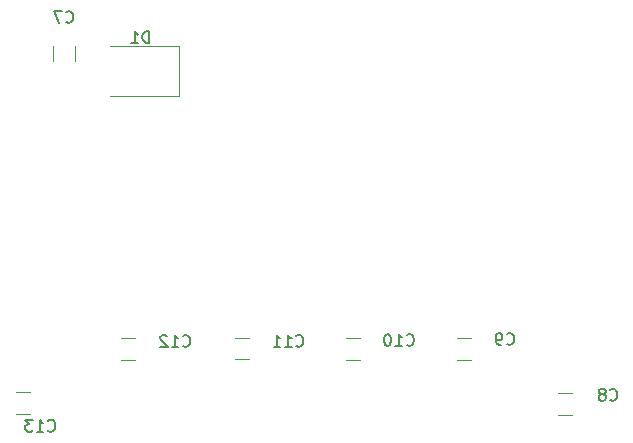
<source format=gbr>
G04 #@! TF.GenerationSoftware,KiCad,Pcbnew,5.1.5+dfsg1-2build2*
G04 #@! TF.CreationDate,2022-07-28T19:41:36+02:00*
G04 #@! TF.ProjectId,digital,64696769-7461-46c2-9e6b-696361645f70,rev?*
G04 #@! TF.SameCoordinates,Original*
G04 #@! TF.FileFunction,Legend,Bot*
G04 #@! TF.FilePolarity,Positive*
%FSLAX46Y46*%
G04 Gerber Fmt 4.6, Leading zero omitted, Abs format (unit mm)*
G04 Created by KiCad (PCBNEW 5.1.5+dfsg1-2build2) date 2022-07-28 19:41:36*
%MOMM*%
%LPD*%
G04 APERTURE LIST*
%ADD10C,0.120000*%
%ADD11C,0.150000*%
G04 APERTURE END LIST*
D10*
X123285436Y-124310000D02*
X124489564Y-124310000D01*
X123285436Y-122490000D02*
X124489564Y-122490000D01*
X82360000Y-94327064D02*
X82360000Y-93122936D01*
X80540000Y-94327064D02*
X80540000Y-93122936D01*
X85337500Y-93065000D02*
X91222500Y-93065000D01*
X91222500Y-93065000D02*
X91222500Y-97335000D01*
X91222500Y-97335000D02*
X85337500Y-97335000D01*
X114760436Y-117815000D02*
X115964564Y-117815000D01*
X114760436Y-119635000D02*
X115964564Y-119635000D01*
X105310436Y-119635000D02*
X106514564Y-119635000D01*
X105310436Y-117815000D02*
X106514564Y-117815000D01*
X95960436Y-117790000D02*
X97164564Y-117790000D01*
X95960436Y-119610000D02*
X97164564Y-119610000D01*
X86297936Y-119635000D02*
X87502064Y-119635000D01*
X86297936Y-117815000D02*
X87502064Y-117815000D01*
X77385436Y-122390000D02*
X78589564Y-122390000D01*
X77385436Y-124210000D02*
X78589564Y-124210000D01*
D11*
X127696666Y-123027142D02*
X127744285Y-123074761D01*
X127887142Y-123122380D01*
X127982380Y-123122380D01*
X128125238Y-123074761D01*
X128220476Y-122979523D01*
X128268095Y-122884285D01*
X128315714Y-122693809D01*
X128315714Y-122550952D01*
X128268095Y-122360476D01*
X128220476Y-122265238D01*
X128125238Y-122170000D01*
X127982380Y-122122380D01*
X127887142Y-122122380D01*
X127744285Y-122170000D01*
X127696666Y-122217619D01*
X127125238Y-122550952D02*
X127220476Y-122503333D01*
X127268095Y-122455714D01*
X127315714Y-122360476D01*
X127315714Y-122312857D01*
X127268095Y-122217619D01*
X127220476Y-122170000D01*
X127125238Y-122122380D01*
X126934761Y-122122380D01*
X126839523Y-122170000D01*
X126791904Y-122217619D01*
X126744285Y-122312857D01*
X126744285Y-122360476D01*
X126791904Y-122455714D01*
X126839523Y-122503333D01*
X126934761Y-122550952D01*
X127125238Y-122550952D01*
X127220476Y-122598571D01*
X127268095Y-122646190D01*
X127315714Y-122741428D01*
X127315714Y-122931904D01*
X127268095Y-123027142D01*
X127220476Y-123074761D01*
X127125238Y-123122380D01*
X126934761Y-123122380D01*
X126839523Y-123074761D01*
X126791904Y-123027142D01*
X126744285Y-122931904D01*
X126744285Y-122741428D01*
X126791904Y-122646190D01*
X126839523Y-122598571D01*
X126934761Y-122550952D01*
X81636666Y-91037142D02*
X81684285Y-91084761D01*
X81827142Y-91132380D01*
X81922380Y-91132380D01*
X82065238Y-91084761D01*
X82160476Y-90989523D01*
X82208095Y-90894285D01*
X82255714Y-90703809D01*
X82255714Y-90560952D01*
X82208095Y-90370476D01*
X82160476Y-90275238D01*
X82065238Y-90180000D01*
X81922380Y-90132380D01*
X81827142Y-90132380D01*
X81684285Y-90180000D01*
X81636666Y-90227619D01*
X81303333Y-90132380D02*
X80636666Y-90132380D01*
X81065238Y-91132380D01*
X88675595Y-92832380D02*
X88675595Y-91832380D01*
X88437500Y-91832380D01*
X88294642Y-91880000D01*
X88199404Y-91975238D01*
X88151785Y-92070476D01*
X88104166Y-92260952D01*
X88104166Y-92403809D01*
X88151785Y-92594285D01*
X88199404Y-92689523D01*
X88294642Y-92784761D01*
X88437500Y-92832380D01*
X88675595Y-92832380D01*
X87151785Y-92832380D02*
X87723214Y-92832380D01*
X87437500Y-92832380D02*
X87437500Y-91832380D01*
X87532738Y-91975238D01*
X87627976Y-92070476D01*
X87723214Y-92118095D01*
X118956666Y-118297142D02*
X119004285Y-118344761D01*
X119147142Y-118392380D01*
X119242380Y-118392380D01*
X119385238Y-118344761D01*
X119480476Y-118249523D01*
X119528095Y-118154285D01*
X119575714Y-117963809D01*
X119575714Y-117820952D01*
X119528095Y-117630476D01*
X119480476Y-117535238D01*
X119385238Y-117440000D01*
X119242380Y-117392380D01*
X119147142Y-117392380D01*
X119004285Y-117440000D01*
X118956666Y-117487619D01*
X118480476Y-118392380D02*
X118290000Y-118392380D01*
X118194761Y-118344761D01*
X118147142Y-118297142D01*
X118051904Y-118154285D01*
X118004285Y-117963809D01*
X118004285Y-117582857D01*
X118051904Y-117487619D01*
X118099523Y-117440000D01*
X118194761Y-117392380D01*
X118385238Y-117392380D01*
X118480476Y-117440000D01*
X118528095Y-117487619D01*
X118575714Y-117582857D01*
X118575714Y-117820952D01*
X118528095Y-117916190D01*
X118480476Y-117963809D01*
X118385238Y-118011428D01*
X118194761Y-118011428D01*
X118099523Y-117963809D01*
X118051904Y-117916190D01*
X118004285Y-117820952D01*
X110472857Y-118377142D02*
X110520476Y-118424761D01*
X110663333Y-118472380D01*
X110758571Y-118472380D01*
X110901428Y-118424761D01*
X110996666Y-118329523D01*
X111044285Y-118234285D01*
X111091904Y-118043809D01*
X111091904Y-117900952D01*
X111044285Y-117710476D01*
X110996666Y-117615238D01*
X110901428Y-117520000D01*
X110758571Y-117472380D01*
X110663333Y-117472380D01*
X110520476Y-117520000D01*
X110472857Y-117567619D01*
X109520476Y-118472380D02*
X110091904Y-118472380D01*
X109806190Y-118472380D02*
X109806190Y-117472380D01*
X109901428Y-117615238D01*
X109996666Y-117710476D01*
X110091904Y-117758095D01*
X108901428Y-117472380D02*
X108806190Y-117472380D01*
X108710952Y-117520000D01*
X108663333Y-117567619D01*
X108615714Y-117662857D01*
X108568095Y-117853333D01*
X108568095Y-118091428D01*
X108615714Y-118281904D01*
X108663333Y-118377142D01*
X108710952Y-118424761D01*
X108806190Y-118472380D01*
X108901428Y-118472380D01*
X108996666Y-118424761D01*
X109044285Y-118377142D01*
X109091904Y-118281904D01*
X109139523Y-118091428D01*
X109139523Y-117853333D01*
X109091904Y-117662857D01*
X109044285Y-117567619D01*
X108996666Y-117520000D01*
X108901428Y-117472380D01*
X101112857Y-118447142D02*
X101160476Y-118494761D01*
X101303333Y-118542380D01*
X101398571Y-118542380D01*
X101541428Y-118494761D01*
X101636666Y-118399523D01*
X101684285Y-118304285D01*
X101731904Y-118113809D01*
X101731904Y-117970952D01*
X101684285Y-117780476D01*
X101636666Y-117685238D01*
X101541428Y-117590000D01*
X101398571Y-117542380D01*
X101303333Y-117542380D01*
X101160476Y-117590000D01*
X101112857Y-117637619D01*
X100160476Y-118542380D02*
X100731904Y-118542380D01*
X100446190Y-118542380D02*
X100446190Y-117542380D01*
X100541428Y-117685238D01*
X100636666Y-117780476D01*
X100731904Y-117828095D01*
X99208095Y-118542380D02*
X99779523Y-118542380D01*
X99493809Y-118542380D02*
X99493809Y-117542380D01*
X99589047Y-117685238D01*
X99684285Y-117780476D01*
X99779523Y-117828095D01*
X91522857Y-118467142D02*
X91570476Y-118514761D01*
X91713333Y-118562380D01*
X91808571Y-118562380D01*
X91951428Y-118514761D01*
X92046666Y-118419523D01*
X92094285Y-118324285D01*
X92141904Y-118133809D01*
X92141904Y-117990952D01*
X92094285Y-117800476D01*
X92046666Y-117705238D01*
X91951428Y-117610000D01*
X91808571Y-117562380D01*
X91713333Y-117562380D01*
X91570476Y-117610000D01*
X91522857Y-117657619D01*
X90570476Y-118562380D02*
X91141904Y-118562380D01*
X90856190Y-118562380D02*
X90856190Y-117562380D01*
X90951428Y-117705238D01*
X91046666Y-117800476D01*
X91141904Y-117848095D01*
X90189523Y-117657619D02*
X90141904Y-117610000D01*
X90046666Y-117562380D01*
X89808571Y-117562380D01*
X89713333Y-117610000D01*
X89665714Y-117657619D01*
X89618095Y-117752857D01*
X89618095Y-117848095D01*
X89665714Y-117990952D01*
X90237142Y-118562380D01*
X89618095Y-118562380D01*
X80102857Y-125637142D02*
X80150476Y-125684761D01*
X80293333Y-125732380D01*
X80388571Y-125732380D01*
X80531428Y-125684761D01*
X80626666Y-125589523D01*
X80674285Y-125494285D01*
X80721904Y-125303809D01*
X80721904Y-125160952D01*
X80674285Y-124970476D01*
X80626666Y-124875238D01*
X80531428Y-124780000D01*
X80388571Y-124732380D01*
X80293333Y-124732380D01*
X80150476Y-124780000D01*
X80102857Y-124827619D01*
X79150476Y-125732380D02*
X79721904Y-125732380D01*
X79436190Y-125732380D02*
X79436190Y-124732380D01*
X79531428Y-124875238D01*
X79626666Y-124970476D01*
X79721904Y-125018095D01*
X78817142Y-124732380D02*
X78198095Y-124732380D01*
X78531428Y-125113333D01*
X78388571Y-125113333D01*
X78293333Y-125160952D01*
X78245714Y-125208571D01*
X78198095Y-125303809D01*
X78198095Y-125541904D01*
X78245714Y-125637142D01*
X78293333Y-125684761D01*
X78388571Y-125732380D01*
X78674285Y-125732380D01*
X78769523Y-125684761D01*
X78817142Y-125637142D01*
M02*

</source>
